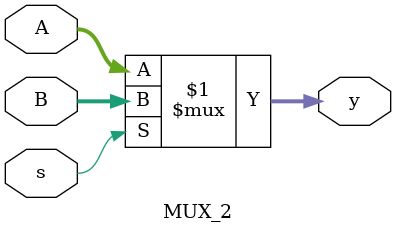
<source format=v>
module MUX_2 #(parameter width = 32)
(
    input [width - 1 : 0 ] A , B ,
    input s ,
    output [width - 1 : 0] y
);
assign y = s ? B : A ;
endmodule
</source>
